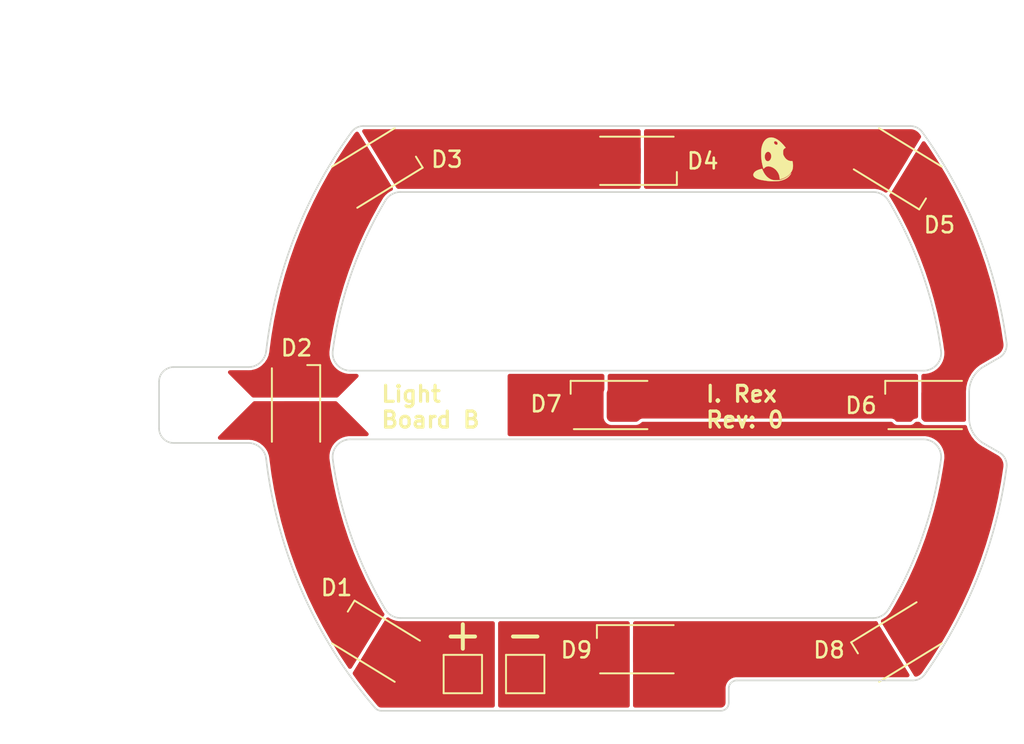
<source format=kicad_pcb>
(kicad_pcb (version 20241229) (generator "pcbnew") (generator_version "9.0")
  (title_block (title "${PROJECTNAME}") (date "2025-08-10") (rev "${REV_BOARD}") (comment 1 "Isaac Rex"))
  (layers (0 "F.Cu" signal) (2 "B.Cu" signal) (13 "F.Paste" user) (15 "B.Paste" user) (5 "F.SilkS" user "F.Silkscreen") (7 "B.SilkS" user "B.Silkscreen") (1 "F.Mask" user) (3 "B.Mask" user) (25 "Edge.Cuts" user))
  (property "REV_BOARD" "0")
  (property "REV_SCH" "0")
  (net 0 "")
  (net 1 "/K_D1")
  (net 2 "/V+")
  (net 3 "/K_D2")
  (net 4 "/K_D3")
  (net 5 "/K_D4")
  (net 6 "/K_D5")
  (net 7 "/K_D6")
  (net 8 "/K_D7")
  (net 9 "/V-")
  (net 10 "/K_D8")
  (footprint "LED_SMD:LED_Everlight-SMD3528_3.5x2.8mm_67-21ST" (layer "F.Cu") (at 163.013087 96.365673)
    (property "Reference" "D6" (at -4.013087 0.034327 0) (layer "F.SilkS") (effects (font (thickness 0.16))))
    (property "Value" "White")
    (fp_line (start -2.5 -1.51) (end 2.3 -1.51) (stroke (width 0.12)) (layer "F.SilkS"))
    (fp_line (start -2.5 -0.7) (end -2.5 -1.51) (stroke (width 0.12)) (layer "F.SilkS"))
    (fp_line (start -2.3 1.51) (end 2.3 1.51) (stroke (width 0.12)) (layer "F.SilkS"))
    (pad "1" smd roundrect (at -1.34 0) (size 1.1 2.1) (layers "F.Cu" "F.Mask" "F.Paste") (roundrect_rratio 0.15) (net 7 "/K_D6"))
    (pad "2" smd roundrect (at 0.81 0) (size 2.1 2.1) (layers "F.Cu" "F.Mask" "F.Paste") (roundrect_rratio 0.15) (net 6 "/K_D5"))
  )
  (footprint "LED_SMD:LED_Everlight-SMD3528_3.5x2.8mm_67-21ST" (layer "F.Cu") (at 161.302494 111.194917 31.529)
    (property "Reference" "D8" (at -3.931464 -1.819383 0) (layer "F.SilkS") (effects (font (thickness 0.16))))
    (property "Value" "White")
    (fp_line (start -2.5 -1.51) (end 2.299999 -1.51) (stroke (width 0.12)) (layer "F.SilkS"))
    (fp_line (start -2.5 -0.7) (end -2.5 -1.51) (stroke (width 0.12)) (layer "F.SilkS"))
    (fp_line (start -2.299999 1.51) (end 2.3 1.51) (stroke (width 0.12)) (layer "F.SilkS"))
    (pad "1" smd roundrect (at -1.34 0 31.529) (size 1.1 2.1) (layers "F.Cu" "F.Mask" "F.Paste") (roundrect_rratio 0.15) (net 10 "/K_D8"))
    (pad "2" smd roundrect (at 0.81 0 31.529) (size 2.1 2.1) (layers "F.Cu" "F.Mask" "F.Paste") (roundrect_rratio 0.15) (net 8 "/K_D7"))
  )
  (footprint "LED_SMD:LED_Everlight-SMD3528_3.5x2.8mm_67-21ST" (layer "F.Cu") (at 123.669891 96.365673 -90)
    (property "Reference" "D2" (at -3.565673 -0.030109 0) (layer "F.SilkS") (effects (font (thickness 0.16))))
    (property "Value" "White")
    (fp_line (start -2.3 1.51) (end 2.3 1.51) (stroke (width 0.12)) (layer "F.SilkS"))
    (fp_line (start -2.5 -0.7) (end -2.5 -1.51) (stroke (width 0.12)) (layer "F.SilkS"))
    (fp_line (start -2.5 -1.51) (end 2.3 -1.51) (stroke (width 0.12)) (layer "F.SilkS"))
    (pad "1" smd roundrect (at -1.34 0 270) (size 1.1 2.1) (layers "F.Cu" "F.Mask" "F.Paste") (roundrect_rratio 0.15) (net 3 "/K_D2"))
    (pad "2" smd roundrect (at 0.809999 0 270) (size 2.1 2.1) (layers "F.Cu" "F.Mask" "F.Paste") (roundrect_rratio 0.15) (net 1 "/K_D1"))
  )
  (footprint "LED_SMD:LED_Everlight-SMD3528_3.5x2.8mm_67-21ST" (layer "F.Cu") (at 144.983592 111.646758)
    (property "Reference" "D9" (at -3.783592 0.053242 0) (layer "F.SilkS") (effects (font (thickness 0.16))))
    (property "Value" "White")
    (fp_line (start -2.5 -1.51) (end 2.3 -1.51) (stroke (width 0.12)) (layer "F.SilkS"))
    (fp_line (start -2.5 -0.7) (end -2.5 -1.51) (stroke (width 0.12)) (layer "F.SilkS"))
    (fp_line (start -2.3 1.51) (end 2.3 1.51) (stroke (width 0.12)) (layer "F.SilkS"))
    (pad "1" smd roundrect (at -1.34 0) (size 1.1 2.1) (layers "F.Cu" "F.Mask" "F.Paste") (roundrect_rratio 0.15) (net 9 "/V-"))
    (pad "2" smd roundrect (at 0.81 0) (size 2.1 2.1) (layers "F.Cu" "F.Mask" "F.Paste") (roundrect_rratio 0.15) (net 10 "/K_D8"))
  )
  (footprint "LED_SMD:LED_Everlight-SMD3528_3.5x2.8mm_67-21ST" (layer "F.Cu") (at 128.669767 111.197685 -31.529)
    (property "Reference" "D1" (at -3.881921 -1.604588 0) (layer "F.SilkS") (effects (font (thickness 0.16))))
    (property "Value" "White")
    (fp_line (start -2.3 1.51) (end 2.3 1.510001) (stroke (width 0.12)) (layer "F.SilkS"))
    (fp_line (start -2.5 -0.7) (end -2.5 -1.510001) (stroke (width 0.12)) (layer "F.SilkS"))
    (fp_line (start -2.5 -1.510001) (end 2.3 -1.51) (stroke (width 0.12)) (layer "F.SilkS"))
    (pad "1" smd roundrect (at -1.34 0.000001 328.471) (size 1.1 2.1) (layers "F.Cu" "F.Mask" "F.Paste") (roundrect_rratio 0.15) (net 1 "/K_D1"))
    (pad "2" smd roundrect (at 0.810001 0 328.471) (size 2.1 2.1) (layers "F.Cu" "F.Mask" "F.Paste") (roundrect_rratio 0.15) (net 2 "/V+"))
  )
  (footprint "LED_SMD:LED_Everlight-SMD3528_3.5x2.8mm_67-21ST" (layer "F.Cu") (at 161.297416 81.533662 148.471)
    (property "Reference" "D5" (at -4.083324 -1.67889 0) (layer "F.SilkS") (effects (font (thickness 0.16))))
    (property "Value" "White")
    (fp_line (start -2.5 -1.510001) (end 2.3 -1.51) (stroke (width 0.12)) (layer "F.SilkS"))
    (fp_line (start -2.5 -0.7) (end -2.5 -1.510001) (stroke (width 0.12)) (layer "F.SilkS"))
    (fp_line (start -2.3 1.51) (end 2.3 1.510001) (stroke (width 0.12)) (layer "F.SilkS"))
    (pad "1" smd roundrect (at -1.34 0.000001 148.471) (size 1.1 2.1) (layers "F.Cu" "F.Mask" "F.Paste") (roundrect_rratio 0.15) (net 6 "/K_D5"))
    (pad "2" smd roundrect (at 0.810001 0 148.471) (size 2.1 2.1) (layers "F.Cu" "F.Mask" "F.Paste") (roundrect_rratio 0.15) (net 5 "/K_D4"))
  )
  (footprint "LED_SMD:LED_Everlight-SMD3528_3.5x2.8mm_67-21ST" (layer "F.Cu") (at 128.669766 81.533662 -148.471)
    (property "Reference" "D3" (at -4.055291 -1.861822 0) (layer "F.SilkS") (effects (font (thickness 0.16))))
    (property "Value" "White")
    (fp_line (start -2.3 1.510001) (end 2.3 1.51) (stroke (width 0.12)) (layer "F.SilkS"))
    (fp_line (start -2.5 -0.699999) (end -2.5 -1.51) (stroke (width 0.12)) (layer "F.SilkS"))
    (fp_line (start -2.5 -1.51) (end 2.3 -1.510001) (stroke (width 0.12)) (layer "F.SilkS"))
    (pad "1" smd roundrect (at -1.34 -0.000001 211.529) (size 1.1 2.1) (layers "F.Cu" "F.Mask" "F.Paste") (roundrect_rratio 0.15) (net 4 "/K_D3"))
    (pad "2" smd roundrect (at 0.810001 0 211.529) (size 2.1 2.1) (layers "F.Cu" "F.Mask" "F.Paste") (roundrect_rratio 0.15) (net 3 "/K_D2"))
  )
  (footprint "LED_SMD:LED_Everlight-SMD3528_3.5x2.8mm_67-21ST" (layer "F.Cu") (at 144.983592 81.084587 180)
    (property "Reference" "D4" (at -4.116408 -0.015413 0) (layer "F.SilkS") (effects (font (thickness 0.16))))
    (property "Value" "White")
    (fp_line (start -2.3 1.51) (end 2.3 1.51) (stroke (width 0.12)) (layer "F.SilkS"))
    (fp_line (start -2.5 -0.7) (end -2.5 -1.51) (stroke (width 0.12)) (layer "F.SilkS"))
    (fp_line (start -2.5 -1.51) (end 2.3 -1.51) (stroke (width 0.12)) (layer "F.SilkS"))
    (pad "1" smd roundrect (at -1.34 0 180) (size 1.1 2.1) (layers "F.Cu" "F.Mask" "F.Paste") (roundrect_rratio 0.15) (net 5 "/K_D4"))
    (pad "2" smd roundrect (at 0.809999 0 180) (size 2.1 2.1) (layers "F.Cu" "F.Mask" "F.Paste") (roundrect_rratio 0.15) (net 4 "/K_D3"))
  )
  (footprint "LED_SMD:LED_Everlight-SMD3528_3.5x2.8mm_67-21ST" (layer "F.Cu") (at 143.341488 96.365673)
    (property "Reference" "D7" (at -4.041488 -0.065673 0) (layer "F.SilkS") (effects (font (thickness 0.16))))
    (property "Value" "White")
    (fp_line (start -2.5 -1.51) (end 2.3 -1.51) (stroke (width 0.12)) (layer "F.SilkS"))
    (fp_line (start -2.5 -0.7) (end -2.5 -1.51) (stroke (width 0.12)) (layer "F.SilkS"))
    (fp_line (start -2.3 1.51) (end 2.3 1.51) (stroke (width 0.12)) (layer "F.SilkS"))
    (pad "1" smd roundrect (at -1.34 0) (size 1.1 2.1) (layers "F.Cu" "F.Mask" "F.Paste") (roundrect_rratio 0.15) (net 8 "/K_D7"))
    (pad "2" smd roundrect (at 0.81 0) (size 2.1 2.1) (layers "F.Cu" "F.Mask" "F.Paste") (roundrect_rratio 0.15) (net 7 "/K_D6"))
  )
  (footprint "irex_Aesthetic:Logo_irex_2.5x2.8mm_Silk" (layer "F.Cu") (at 153.5 81)
    (property "Reference" "G***" (hide yes))
    (property "Value" "IREX_LOGO" (hide yes))
    (fp_poly (pts (xy -0.678616 0.596004) (xy -0.664843 0.628867) (xy -0.645982 0.674154) (xy -0.643967 0.679005) (xy -0.570442 0.829771) (xy -0.483234 0.96277) (xy -0.384593 1.075318) (xy -0.276772 1.164731) (xy -0.196345 1.212468) (xy -0.116236 1.2491) (xy -0.041766 1.274315) (xy 0.034954 1.289556) (xy 0.121813 1.29627) (xy 0.226699 1.295902) (xy 0.254 1.294976) (xy 0.337603 1.290749) (xy 0.402948 1.284288) (xy 0.459991 1.273934) (xy 0.518691 1.258027) (xy 0.564445 1.243256) (xy 0.731482 1.174267) (xy 0.881692 1.08418) (xy 1.019855 0.97005) (xy 1.040444 0.950073) (xy 1.090702 0.901373) (xy 1.12251 0.87339) (xy 1.136086 0.866426) (xy 1.131644 0.880783) (xy 1.1094 0.916763) (xy 1.069571 0.974669) (xy 1.063817 0.982826) (xy 0.97441 1.085224) (xy 0.861615 1.173257) (xy 0.726726 1.246239) (xy 0.571039 1.303484) (xy 0.395852 1.344306) (xy 0.373945 1.348009) (xy 0.312878 1.355119) (xy 0.231088 1.360673) (xy 0.136037 1.364536) (xy 0.035186 1.366571) (xy -0.064 1.366643) (xy -0.15406 1.364616) (xy -0.22753 1.360353) (xy -0.239889 1.359189) (xy -0.330213 1.348693) (xy -0.431876 1.334873) (xy -0.537808 1.318876) (xy -0.640941 1.301847) (xy -0.734206 1.28493) (xy -0.810536 1.269272) (xy -0.843916 1.261308) (xy -0.972305 1.221159) (xy -1.076181 1.173871) (xy -1.15501 1.120217) (xy -1.208259 1.060969) (xy -1.235393 0.996901) (xy -1.23588 0.928783) (xy -1.209187 0.857389) (xy -1.165538 0.79565) (xy -1.09781 0.735198) (xy -1.00457 0.68135) (xy -0.887992 0.635238) (xy -0.817877 0.614427) (xy -0.761508 0.599695) (xy -0.716813 0.588684) (xy -0.689748 0.582824) (xy -0.684441 0.58239) (xy -0.678616 0.596004)) (stroke (width 0.01)) (fill yes) (layer "F.SilkS"))
    (fp_poly (pts (xy 0.016201 -1.361334) (xy 0.141785 -1.317768) (xy 0.270223 -1.248777) (xy 0.400463 -1.154834) (xy 0.531447 -1.036413) (xy 0.662123 -0.893988) (xy 0.670497 -0.884011) (xy 0.714771 -0.830486) (xy 0.751645 -0.784949) (xy 0.777754 -0.751628) (xy 0.789732 -0.734754) (xy 0.790137 -0.733694) (xy 0.77873 -0.723786) (xy 0.750781 -0.709124) (xy 0.747065 -0.707452) (xy 0.71281 -0.683812) (xy 0.677568 -0.646885) (xy 0.665926 -0.630955) (xy 0.647472 -0.600269) (xy 0.636163 -0.570944) (xy 0.630293 -0.534638) (xy 0.628152 -0.48301) (xy 0.627945 -0.44553) (xy 0.628861 -0.381286) (xy 0.633142 -0.334708) (xy 0.643085 -0.29526) (xy 0.660986 -0.252406) (xy 0.677324 -0.219038) (xy 0.742877 -0.112735) (xy 0.821985 -0.025613) (xy 0.911581 0.040126) (xy 1.008597 0.082279) (xy 1.109966 0.098645) (xy 1.119959 0.098778) (xy 1.211555 0.098778) (xy 1.228886 0.179917) (xy 1.241208 0.263738) (xy 1.246431 0.35945) (xy 1.24471 0.457045) (xy 1.236196 0.546518) (xy 1.222266 0.613834) (xy 1.170756 0.738719) (xy 1.092985 0.855585) (xy 0.990076 0.963243) (xy 0.863151 1.060507) (xy 0.724304 1.140712) (xy 0.680048 1.16052) (xy 0.623131 1.182569) (xy 0.561245 1.20429) (xy 0.502082 1.223111) (xy 0.453334 1.236461) (xy 0.422692 1.241769) (xy 0.421945 1.241778) (xy 0.416686 1.228851) (xy 0.41114 1.19474) (xy 0.406405 1.146448) (xy 0.405905 1.139473) (xy 0.384809 1.009091) (xy 0.33894 0.884987) (xy 0.273232 0.77204) (xy 0.178405 0.655184) (xy 0.068517 0.561535) (xy -0.035277 0.50027) (xy -0.152412 0.45325) (xy -0.260935 0.43167) (xy -0.359849 0.435448) (xy -0.448155 0.4645) (xy -0.524857 0.518742) (xy -0.548255 0.543067) (xy -0.592893 0.593908) (xy -0.608333 0.554482) (xy -0.629331 0.491276) (xy -0.651876 0.407085) (xy -0.674451 0.308979) (xy -0.695542 0.204027) (xy -0.713633 0.0993) (xy -0.727209 0.001867) (xy -0.727725 -0.002538) (xy -0.737471 -0.11256) (xy -0.740554 -0.179463) (xy -0.521801 -0.179463) (xy -0.513566 -0.088709) (xy -0.489974 -0.011964) (xy -0.453639 0.048368) (xy -0.407175 0.089884) (xy -0.353194 0.11018) (xy -0.29431 0.106853) (xy -0.238448 0.081125) (xy -0.183863 0.029059) (xy -0.143839 -0.041403) (xy -0.119717 -0.123721) (xy -0.112838 -0.211356) (xy -0.124543 -0.29777) (xy -0.147807 -0.360863) (xy -0.190838 -0.424976) (xy -0.241069 -0.464443) (xy -0.295254 -0.480838) (xy -0.350151 -0.475733) (xy -0.402516 -0.450702) (xy -0.449105 -0.407319) (xy -0.486674 -0.347156) (xy -0.51198 -0.271787) (xy -0.521779 -0.182785) (xy -0.521801 -0.179463) (xy -0.740554 -0.179463) (xy -0.743041 -0.233403) (xy -0.744554 -0.358491) (xy -0.742129 -0.481244) (xy -0.735887 -0.595087) (xy -0.725946 -0.693441) (xy -0.713886 -0.763499) (xy -0.667774 -0.92356) (xy -0.607461 -1.060695) (xy -0.595853 -1.07849) (xy 0.058116 -1.07849) (xy 0.061071 -1.033899) (xy 0.086914 -0.984994) (xy 0.104423 -0.9652) (xy 0.149944 -0.932068) (xy 0.198478 -0.916469) (xy 0.242153 -0.919923) (xy 0.265289 -0.934155) (xy 0.277888 -0.962411) (xy 0.281691 -1.004884) (xy 0.276479 -1.048906) (xy 0.267693 -1.073226) (xy 0.245005 -1.098937) (xy 0.211949 -1.121687) (xy 0.154966 -1.140364) (xy 0.108225 -1.136323) (xy 0.074888 -1.114165) (xy 0.058116 -1.07849) (xy -0.595853 -1.07849) (xy -0.533319 -1.174347) (xy -0.445718 -1.263959) (xy -0.34503 -1.328974) (xy -0.33287 -1.334738) (xy -0.222181 -1.370293) (xy -0.105473 -1.379) (xy 0.016201 -1.361334)) (stroke (width 0.01)) (fill yes) (layer "F.SilkS"))
  )
  (footprint "TestPoint:TestPoint_Pad_2.0x2.0mm" (layer "F.Cu") (at 138 113.2)
    (property "Reference" "J2" (hide yes))
    (property "Value" "V-")
    (fp_line (start -1.2 -1.2) (end 1.2 -1.2) (stroke (width 0.12)) (layer "F.SilkS"))
    (fp_line (start -1.2 1.2) (end -1.2 -1.2) (stroke (width 0.12)) (layer "F.SilkS"))
    (fp_line (start 1.2 -1.2) (end 1.2 1.2) (stroke (width 0.12)) (layer "F.SilkS"))
    (fp_line (start 1.2 1.2) (end -1.2 1.2) (stroke (width 0.12)) (layer "F.SilkS"))
    (pad "1" smd rect (at 0 0) (size 2 2) (layers "F.Cu" "F.Mask") (net 9 "/V-"))
  )
  (footprint "TestPoint:TestPoint_Pad_2.0x2.0mm" (layer "F.Cu") (at 134.1 113.2)
    (property "Reference" "J1" (hide yes))
    (property "Value" "V+")
    (fp_line (start -1.2 -1.2) (end 1.2 -1.2) (stroke (width 0.12)) (layer "F.SilkS"))
    (fp_line (start -1.2 1.2) (end -1.2 -1.2) (stroke (width 0.12)) (layer "F.SilkS"))
    (fp_line (start 1.2 -1.2) (end 1.2 1.2) (stroke (width 0.12)) (layer "F.SilkS"))
    (fp_line (start 1.2 1.2) (end -1.2 1.2) (stroke (width 0.12)) (layer "F.SilkS"))
    (pad "1" smd rect (at 0 0) (size 2 2) (layers "F.Cu" "F.Mask") (net 2 "/V+"))
  )
  (gr_arc (start 168.104063 100.241356) (mid 166.335809 107.041789) (end 162.990352 113.220828) (stroke (width 0.1)) (layer "Edge.Cuts"))
  (gr_arc (start 121.797227 93.017139) (mid 123.586637 85.803834) (end 127.143378 79.278239) (stroke (width 0.1)) (layer "Edge.Cuts"))
  (gr_arc (start 159.765556 83.037827) (mid 160.309041 83.181476) (end 160.710594 83.574887) (stroke (width 0.1)) (layer "Edge.Cuts"))
  (gr_arc (start 150.730129 115) (mid 150.583681 115.353547) (end 150.230129 115.499999) (stroke (width 0.1)) (layer "Edge.Cuts"))
  (gr_line (start 116.004067 98.740747) (end 120.704603 98.740747) (stroke (width 0.1)) (layer "Edge.Cuts"))
  (gr_line (start 162.909466 98.515672) (end 127.057715 98.515672) (stroke (width 0.1)) (layer "Edge.Cuts"))
  (gr_line (start 165.763087 97.20665) (end 165.763085 95.524694) (stroke (width 0.1)) (layer "Edge.Cuts"))
  (gr_curve (pts (xy 115.104094 97.840774) (xy 115.104094 98.256229) (xy 115.429434 98.648461) (xy 115.837736 98.725242)) (stroke (width 0.1)) (layer "Edge.Cuts"))
  (gr_arc (start 129.256586 109.156457) (mid 127.140194 104.626188) (end 125.967939 99.765296) (stroke (width 0.1)) (layer "Edge.Cuts"))
  (gr_arc (start 150.730129 114.1) (mid 150.876574 113.74644) (end 151.230129 113.6) (stroke (width 0.1)) (layer "Edge.Cuts"))
  (gr_arc (start 163.999243 99.765296) (mid 162.826997 104.626193) (end 160.710592 109.156457) (stroke (width 0.1)) (layer "Edge.Cuts"))
  (gr_line (start 129 115.5) (end 150.230129 115.499999) (stroke (width 0.1)) (layer "Edge.Cuts"))
  (gr_curve (pts (xy 167.662082 93.389148) (xy 167.969536 93.211638) (xy 168.151307 92.841849) (xy 168.104064 92.489988)) (stroke (width 0.1)) (layer "Edge.Cuts"))
  (gr_line (start 115.837736 98.725242) (end 116.004067 98.740747) (stroke (width 0.1)) (layer "Edge.Cuts"))
  (gr_arc (start 128.620454 115.325489) (mid 124.041809 108.029922) (end 121.797227 99.714205) (stroke (width 0.1)) (layer "Edge.Cuts"))
  (gr_curve (pts (xy 165.763085 95.524694) (xy 165.763086 94.896404) (xy 166.118911 94.280097) (xy 166.663026 93.965954)) (stroke (width 0.1)) (layer "Edge.Cuts"))
  (gr_arc (start 129.256587 83.574887) (mid 129.658129 83.181453) (end 130.201626 83.037828) (stroke (width 0.1)) (layer "Edge.Cuts"))
  (gr_line (start 167.662082 99.342198) (end 166.663026 98.765392) (stroke (width 0.1)) (layer "Edge.Cuts"))
  (gr_line (start 115.119596 94.72424) (end 115.104095 94.890571) (stroke (width 0.1)) (layer "Edge.Cuts"))
  (gr_line (start 120.843871 93.981748) (end 120.704603 93.990599) (stroke (width 0.1)) (layer "Edge.Cuts"))
  (gr_line (start 115.104095 94.890571) (end 115.104094 97.840774) (stroke (width 0.1)) (layer "Edge.Cuts"))
  (gr_arc (start 129 115.5) (mid 128.79114 115.454266) (end 128.620454 115.325489) (stroke (width 0.1)) (layer "Edge.Cuts"))
  (gr_arc (start 127.057715 94.215673) (mid 126.228719 93.838646) (end 125.967939 92.96605) (stroke (width 0.1)) (layer "Edge.Cuts"))
  (gr_line (start 162.094994 78.906272) (end 127.872185 78.906273) (stroke (width 0.1)) (layer "Edge.Cuts"))
  (gr_arc (start 163.999243 92.96605) (mid 163.73851 93.838684) (end 162.909466 94.215672) (stroke (width 0.1)) (layer "Edge.Cuts"))
  (gr_curve (pts (xy 168.104063 100.241356) (xy 168.151308 99.889495) (xy 167.969537 99.519708) (xy 167.662082 99.342198)) (stroke (width 0.1)) (layer "Edge.Cuts"))
  (gr_curve (pts (xy 162.823803 79.278238) (xy 162.657317 79.048439) (xy 162.378767 78.906273) (xy 162.094994 78.906272)) (stroke (width 0.1)) (layer "Edge.Cuts"))
  (gr_arc (start 162.909466 98.515672) (mid 163.738495 98.892693) (end 163.999243 99.765296) (stroke (width 0.1)) (layer "Edge.Cuts"))
  (gr_line (start 130.201626 109.693517) (end 159.765555 109.693517) (stroke (width 0.1)) (layer "Edge.Cuts"))
  (gr_line (start 121.772422 99.576877) (end 121.797227 99.714205) (stroke (width 0.1)) (layer "Edge.Cuts"))
  (gr_arc (start 125.967939 99.765296) (mid 126.228694 98.892696) (end 127.057715 98.515672) (stroke (width 0.1)) (layer "Edge.Cuts"))
  (gr_arc (start 160.710594 83.574887) (mid 162.826989 88.105156) (end 163.999243 92.96605) (stroke (width 0.1)) (layer "Edge.Cuts"))
  (gr_arc (start 125.967939 92.96605) (mid 127.140198 88.105159) (end 129.256587 83.574887) (stroke (width 0.1)) (layer "Edge.Cuts"))
  (gr_line (start 159.765556 83.037827) (end 130.201626 83.037828) (stroke (width 0.1)) (layer "Edge.Cuts"))
  (gr_arc (start 162.823803 79.278238) (mid 166.283096 85.556723) (end 168.104064 92.489988) (stroke (width 0.1)) (layer "Edge.Cuts"))
  (gr_line (start 120.704603 93.990599) (end 116.004067 93.990599) (stroke (width 0.1)) (layer "Edge.Cuts"))
  (gr_line (start 151.230129 113.6) (end 162.256331 113.6) (stroke (width 0.1)) (layer "Edge.Cuts"))
  (gr_curve (pts (xy 116.004067 93.990599) (xy 115.588611 93.990599) (xy 115.196379 94.315938) (xy 115.119596 94.72424)) (stroke (width 0.1)) (layer "Edge.Cuts"))
  (gr_curve (pts (xy 162.256331 113.6) (xy 162.543081 113.6) (xy 162.824394 113.454697) (xy 162.990352 113.220828)) (stroke (width 0.1)) (layer "Edge.Cuts"))
  (gr_curve (pts (xy 166.663026 98.765392) (xy 166.118912 98.451247) (xy 165.763087 97.83494) (xy 165.763087 97.20665)) (stroke (width 0.1)) (layer "Edge.Cuts"))
  (gr_line (start 150.730129 115) (end 150.730129 114.1) (stroke (width 0.1)) (layer "Edge.Cuts"))
  (gr_line (start 166.663026 93.965954) (end 167.662082 93.389148) (stroke (width 0.1)) (layer "Edge.Cuts"))
  (gr_curve (pts (xy 121.797227 93.017139) (xy 121.741062 93.502418) (xy 121.32645 93.920154) (xy 120.843871 93.981748)) (stroke (width 0.1)) (layer "Edge.Cuts"))
  (gr_arc (start 160.710592 109.156457) (mid 160.309044 109.549869) (end 159.765555 109.693517) (stroke (width 0.1)) (layer "Edge.Cuts"))
  (gr_arc (start 130.201626 109.693517) (mid 129.65814 109.549866) (end 129.256586 109.156457) (stroke (width 0.1)) (layer "Edge.Cuts"))
  (gr_curve (pts (xy 120.704603 98.740747) (xy 121.193121 98.740746) (xy 121.655753 99.10458) (xy 121.772422 99.576877)) (stroke (width 0.1)) (layer "Edge.Cuts"))
  (gr_curve (pts (xy 127.872185 78.906273) (xy 127.588415 78.906272) (xy 127.309864 79.048438) (xy 127.143378 79.278239)) (stroke (width 0.1)) (layer "Edge.Cuts"))
  (gr_line (start 127.057715 94.215673) (end 162.909466 94.215672) (stroke (width 0.1)) (layer "Edge.Cuts"))
  (gr_text "-" (at 138 110.7 0) (layer "F.SilkS") (effects (font (size 2 2) (thickness 0.25))))
  (gr_text "I. Rex\nRev: ${REV_BOARD}" (at 149.2 97.875673 0) (layer "F.SilkS") (effects (font (size 1 1) (thickness 0.2)) (justify left bottom)))
  (gr_text "+" (at 134.1 110.7 0) (layer "F.SilkS") (effects (font (size 2 2) (thickness 0.25))))
  (gr_text "Light\nBoard B" (at 128.9 97.875673 0) (layer "F.SilkS") (effects (font (size 1 1) (thickness 0.2)) (justify left bottom)))
  (zone (net 4) (net_name "/K_D3") (layer "F.Cu") (priority 70) (connect_pads yes (clearance 0.2)) (min_thickness 0.25) (fill yes (thermal_gap 0.5) (thermal_bridge_width 0.5) (island_removal_mode 1) (island_area_min 10))
    (polygon (pts (xy 129.801164 82.624486) (xy 131.5 84.323322) (xy 144.534858 84.323322) (xy 145.223593 83.634587) (xy 145.223593 78.434587) (xy 143.889006 77.1) (xy 128.3 77.1) (xy 127.694067 77.705933) (xy 127.694067 79.18992)))
  )
  (zone (net 10) (net_name "/K_D8") (layer "F.Cu") (priority 20) (connect_pads yes (clearance 0.2)) (min_thickness 0.25) (fill yes (thermal_gap 0.5) (thermal_bridge_width 0.5) (island_removal_mode 1) (island_area_min 10))
    (polygon (pts (xy 144.743592 109.296758) (xy 144.743592 115.843592) (xy 146.5 117.6) (xy 160.7 117.6) (xy 162.578194 115.721806) (xy 162.578194 114.074757) (xy 159.44174 108.962336) (xy 158.679404 108.2) (xy 145.84035 108.2)))
  )
  (zone (net 3) (net_name "/K_D2") (layer "F.Cu") (priority 80) (connect_pads yes (clearance 0.2)) (min_thickness 0.25) (fill yes (thermal_gap 0.5) (thermal_bridge_width 0.5) (island_removal_mode 1) (island_area_min 10))
    (polygon (pts (xy 120.944218 95.9) (xy 126.275673 95.9) (xy 130.423412 91.752261) (xy 130.423412 83.933153) (xy 127.098264 78.513165) (xy 124.486835 78.513165) (xy 118.6 84.4) (xy 118.6 93.555782)))
  )
  (zone (net 5) (net_name "/K_D4") (layer "F.Cu") (priority 60) (connect_pads yes (clearance 0.2)) (min_thickness 0.25) (fill yes (thermal_gap 0.5) (thermal_bridge_width 0.5) (island_removal_mode 1) (island_area_min 10))
    (polygon (pts (xy 145.373592 83.634587) (xy 146.3 84.560995) (xy 159.40577 84.560995) (xy 160.223233 83.743532) (xy 163.151062 78.971171) (xy 163.151062 78.151062) (xy 162.2 77.2) (xy 146.6 77.2) (xy 145.373592 78.426408)))
  )
  (zone (net 8) (net_name "/K_D7") (layer "F.Cu") (priority 41) (connect_pads yes (clearance 0.2)) (min_thickness 0.25) (fill yes (thermal_gap 0.5) (thermal_bridge_width 0.5) (island_removal_mode 1) (island_area_min 10))
    (polygon (pts (xy 142.951488 94.215673) (xy 142.2 93.464185) (xy 137.535815 93.464185) (xy 136.9 94.1) (xy 136.9 99.2) (xy 137.5 99.8) (xy 151.33018 99.8) (xy 158.315894 106.785714) (xy 162.758112 114.026527) (xy 163.231585 114.5) (xy 166.2 114.5) (xy 169.2 111.5) (xy 169.2 98.8) (xy 167.815673 97.415673) (xy 143.351488 97.415673) (xy 142.951488 97.015673)))
  )
  (zone (net 2) (net_name "/V+") (layer "F.Cu") (priority 100) (connect_pads yes (clearance 0.2)) (min_thickness 0.25) (fill yes (thermal_gap 0.5) (thermal_bridge_width 0.5))
    (polygon (pts (xy 126.816121 113.760177) (xy 129.649194 109.142268) (xy 130.491462 108.3) (xy 135 108.3) (xy 136.1 109.4) (xy 136.1 116.2) (xy 135.8 116.5) (xy 127.6 116.5) (xy 126.816121 115.716121)))
  )
  (zone (net 7) (net_name "/K_D6") (layer "F.Cu") (priority 40) (connect_pads yes (clearance 0.2)) (min_thickness 0.25) (fill yes (thermal_gap 0.5) (thermal_bridge_width 0.5) (island_removal_mode 1) (island_area_min 10))
    (polygon (pts (xy 162.623087 97.415673) (xy 162.623087 94.415673) (xy 161.007414 92.8) (xy 144.317161 92.8) (xy 143.101488 94.015673) (xy 143.101488 97.415673)))
  )
  (zone (net 9) (net_name "/V-") (layer "F.Cu") (priority 10) (connect_pads yes (clearance 0.2)) (min_thickness 0.25) (fill yes (thermal_gap 0.5) (thermal_bridge_width 0.5) (island_removal_mode 1) (island_area_min 10))
    (polygon (pts (xy 144.593592 109.3) (xy 143.593592 108.3) (xy 137.4 108.3) (xy 136.3 109.4) (xy 136.3 116.2) (xy 136.6 116.5) (xy 143.9 116.5) (xy 144.593592 115.806408)))
  )
  (zone (net 6) (net_name "/K_D5") (layer "F.Cu") (priority 50) (connect_pads yes (clearance 0.2)) (min_thickness 0.25) (fill yes (thermal_gap 0.5) (thermal_bridge_width 0.5) (island_removal_mode 1) (island_area_min 10))
    (polygon (pts (xy 162.950897 97.415673) (xy 162.773087 97.237863) (xy 162.773087 90.073087) (xy 159.6 86.9) (xy 159.6 84.763488) (xy 160.099473 84.264015) (xy 163.358513 78.951782) (xy 166.151782 78.951782) (xy 169.2 82) (xy 169.2 96) (xy 167.784327 97.415673)))
  )
  (zone (net 1) (net_name "/K_D1") (layer "F.Cu") (priority 90) (connect_pads yes (clearance 0.2)) (min_thickness 0.25) (fill yes (thermal_gap 0.5) (thermal_bridge_width 0.5) (island_removal_mode 1) (island_area_min 10))
    (polygon (pts (xy 126.682287 113.679565) (xy 129.445466 109.175583) (xy 129.445466 99.371138) (xy 126.2 96.125672) (xy 121.019891 96.125672) (xy 118.6 98.545563) (xy 118.6 109.9) (xy 122.379565 113.679565)))
  )
)
</source>
